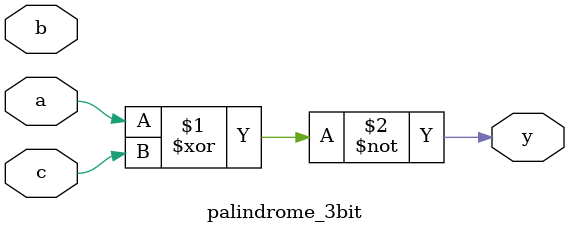
<source format=v>
module palindrome_3bit (a,b,c,y);
  input a,b,c;
  output y;
  
  assign y = ~(a^c);
  
endmodule

</source>
